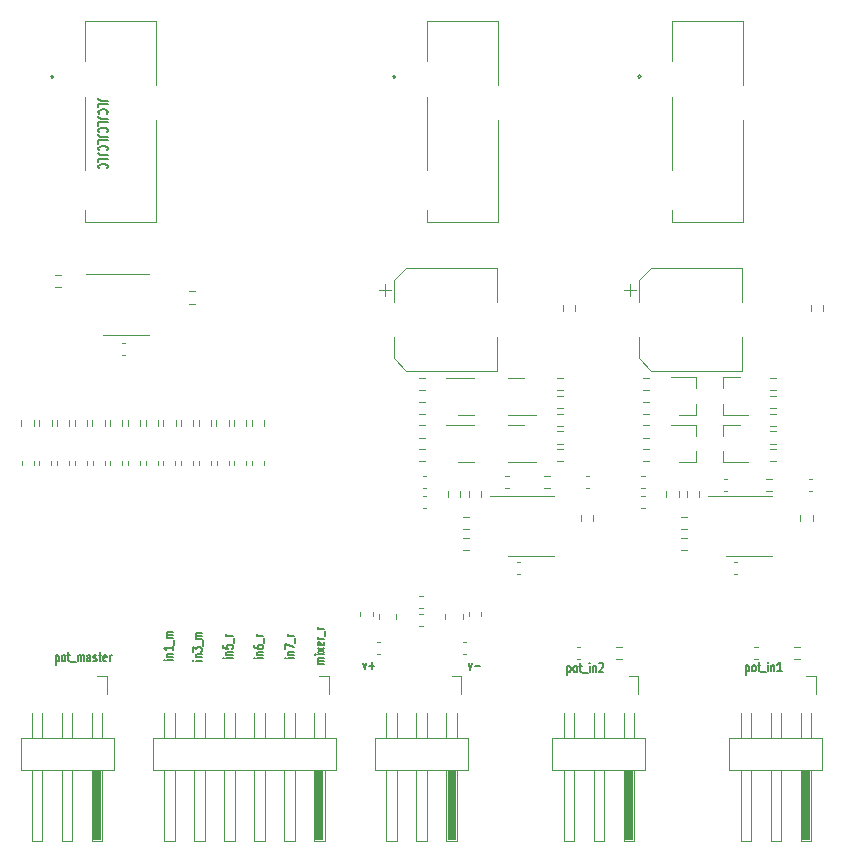
<source format=gbr>
%TF.GenerationSoftware,KiCad,Pcbnew,(6.0.0)*%
%TF.CreationDate,2022-06-06T22:40:39+03:00*%
%TF.ProjectId,analog_board,616e616c-6f67-45f6-926f-6172642e6b69,rev?*%
%TF.SameCoordinates,Original*%
%TF.FileFunction,Legend,Top*%
%TF.FilePolarity,Positive*%
%FSLAX46Y46*%
G04 Gerber Fmt 4.6, Leading zero omitted, Abs format (unit mm)*
G04 Created by KiCad (PCBNEW (6.0.0)) date 2022-06-06 22:40:39*
%MOMM*%
%LPD*%
G01*
G04 APERTURE LIST*
%ADD10C,0.150000*%
%ADD11C,0.120000*%
%ADD12C,0.100000*%
%ADD13C,0.200000*%
%ADD14R,0.760000X6.000000*%
G04 APERTURE END LIST*
D10*
X128438095Y-76228571D02*
X127866666Y-76228571D01*
X127752380Y-76200000D01*
X127676190Y-76142857D01*
X127638095Y-76057142D01*
X127638095Y-76000000D01*
X127638095Y-76800000D02*
X127638095Y-76514285D01*
X128438095Y-76514285D01*
X127714285Y-77342857D02*
X127676190Y-77314285D01*
X127638095Y-77228571D01*
X127638095Y-77171428D01*
X127676190Y-77085714D01*
X127752380Y-77028571D01*
X127828571Y-77000000D01*
X127980952Y-76971428D01*
X128095238Y-76971428D01*
X128247619Y-77000000D01*
X128323809Y-77028571D01*
X128400000Y-77085714D01*
X128438095Y-77171428D01*
X128438095Y-77228571D01*
X128400000Y-77314285D01*
X128361904Y-77342857D01*
X128438095Y-77771428D02*
X127866666Y-77771428D01*
X127752380Y-77742857D01*
X127676190Y-77685714D01*
X127638095Y-77600000D01*
X127638095Y-77542857D01*
X127638095Y-78342857D02*
X127638095Y-78057142D01*
X128438095Y-78057142D01*
X127714285Y-78885714D02*
X127676190Y-78857142D01*
X127638095Y-78771428D01*
X127638095Y-78714285D01*
X127676190Y-78628571D01*
X127752380Y-78571428D01*
X127828571Y-78542857D01*
X127980952Y-78514285D01*
X128095238Y-78514285D01*
X128247619Y-78542857D01*
X128323809Y-78571428D01*
X128400000Y-78628571D01*
X128438095Y-78714285D01*
X128438095Y-78771428D01*
X128400000Y-78857142D01*
X128361904Y-78885714D01*
X128438095Y-79314285D02*
X127866666Y-79314285D01*
X127752380Y-79285714D01*
X127676190Y-79228571D01*
X127638095Y-79142857D01*
X127638095Y-79085714D01*
X127638095Y-79885714D02*
X127638095Y-79600000D01*
X128438095Y-79600000D01*
X127714285Y-80428571D02*
X127676190Y-80400000D01*
X127638095Y-80314285D01*
X127638095Y-80257142D01*
X127676190Y-80171428D01*
X127752380Y-80114285D01*
X127828571Y-80085714D01*
X127980952Y-80057142D01*
X128095238Y-80057142D01*
X128247619Y-80085714D01*
X128323809Y-80114285D01*
X128400000Y-80171428D01*
X128438095Y-80257142D01*
X128438095Y-80314285D01*
X128400000Y-80400000D01*
X128361904Y-80428571D01*
X128438095Y-80857142D02*
X127866666Y-80857142D01*
X127752380Y-80828571D01*
X127676190Y-80771428D01*
X127638095Y-80685714D01*
X127638095Y-80628571D01*
X127638095Y-81428571D02*
X127638095Y-81142857D01*
X128438095Y-81142857D01*
X127714285Y-81971428D02*
X127676190Y-81942857D01*
X127638095Y-81857142D01*
X127638095Y-81800000D01*
X127676190Y-81714285D01*
X127752380Y-81657142D01*
X127828571Y-81628571D01*
X127980952Y-81600000D01*
X128095238Y-81600000D01*
X128247619Y-81628571D01*
X128323809Y-81657142D01*
X128400000Y-81714285D01*
X128438095Y-81800000D01*
X128438095Y-81857142D01*
X128400000Y-81942857D01*
X128361904Y-81971428D01*
X167348541Y-124070119D02*
X167348541Y-124870119D01*
X167348541Y-124108214D02*
X167405683Y-124070119D01*
X167519969Y-124070119D01*
X167577112Y-124108214D01*
X167605683Y-124146309D01*
X167634255Y-124222500D01*
X167634255Y-124451071D01*
X167605683Y-124527262D01*
X167577112Y-124565357D01*
X167519969Y-124603452D01*
X167405683Y-124603452D01*
X167348541Y-124565357D01*
X167977112Y-124603452D02*
X167919969Y-124565357D01*
X167891398Y-124527262D01*
X167862826Y-124451071D01*
X167862826Y-124222500D01*
X167891398Y-124146309D01*
X167919969Y-124108214D01*
X167977112Y-124070119D01*
X168062826Y-124070119D01*
X168119969Y-124108214D01*
X168148541Y-124146309D01*
X168177112Y-124222500D01*
X168177112Y-124451071D01*
X168148541Y-124527262D01*
X168119969Y-124565357D01*
X168062826Y-124603452D01*
X167977112Y-124603452D01*
X168348541Y-124070119D02*
X168577112Y-124070119D01*
X168434255Y-123803452D02*
X168434255Y-124489167D01*
X168462826Y-124565357D01*
X168519969Y-124603452D01*
X168577112Y-124603452D01*
X168634255Y-124679643D02*
X169091398Y-124679643D01*
X169234255Y-124603452D02*
X169234255Y-124070119D01*
X169234255Y-123803452D02*
X169205683Y-123841548D01*
X169234255Y-123879643D01*
X169262826Y-123841548D01*
X169234255Y-123803452D01*
X169234255Y-123879643D01*
X169519969Y-124070119D02*
X169519969Y-124603452D01*
X169519969Y-124146309D02*
X169548541Y-124108214D01*
X169605683Y-124070119D01*
X169691398Y-124070119D01*
X169748541Y-124108214D01*
X169777112Y-124184405D01*
X169777112Y-124603452D01*
X170034255Y-123879643D02*
X170062826Y-123841548D01*
X170119969Y-123803452D01*
X170262826Y-123803452D01*
X170319969Y-123841548D01*
X170348541Y-123879643D01*
X170377112Y-123955833D01*
X170377112Y-124032024D01*
X170348541Y-124146309D01*
X170005683Y-124603452D01*
X170377112Y-124603452D01*
X139011904Y-123421428D02*
X138478571Y-123421428D01*
X138211904Y-123421428D02*
X138250000Y-123450000D01*
X138288095Y-123421428D01*
X138250000Y-123392857D01*
X138211904Y-123421428D01*
X138288095Y-123421428D01*
X138478571Y-123135714D02*
X139011904Y-123135714D01*
X138554761Y-123135714D02*
X138516666Y-123107142D01*
X138478571Y-123050000D01*
X138478571Y-122964285D01*
X138516666Y-122907142D01*
X138592857Y-122878571D01*
X139011904Y-122878571D01*
X138211904Y-122307142D02*
X138211904Y-122592857D01*
X138592857Y-122621428D01*
X138554761Y-122592857D01*
X138516666Y-122535714D01*
X138516666Y-122392857D01*
X138554761Y-122335714D01*
X138592857Y-122307142D01*
X138669047Y-122278571D01*
X138859523Y-122278571D01*
X138935714Y-122307142D01*
X138973809Y-122335714D01*
X139011904Y-122392857D01*
X139011904Y-122535714D01*
X138973809Y-122592857D01*
X138935714Y-122621428D01*
X139088095Y-122164285D02*
X139088095Y-121707142D01*
X139011904Y-121564285D02*
X138478571Y-121564285D01*
X138630952Y-121564285D02*
X138554761Y-121535714D01*
X138516666Y-121507142D01*
X138478571Y-121450000D01*
X138478571Y-121392857D01*
X146761904Y-123900000D02*
X146228571Y-123900000D01*
X146304761Y-123900000D02*
X146266666Y-123871428D01*
X146228571Y-123814285D01*
X146228571Y-123728571D01*
X146266666Y-123671428D01*
X146342857Y-123642857D01*
X146761904Y-123642857D01*
X146342857Y-123642857D02*
X146266666Y-123614285D01*
X146228571Y-123557142D01*
X146228571Y-123471428D01*
X146266666Y-123414285D01*
X146342857Y-123385714D01*
X146761904Y-123385714D01*
X146761904Y-123100000D02*
X146228571Y-123100000D01*
X145961904Y-123100000D02*
X146000000Y-123128571D01*
X146038095Y-123100000D01*
X146000000Y-123071428D01*
X145961904Y-123100000D01*
X146038095Y-123100000D01*
X146761904Y-122871428D02*
X146228571Y-122557142D01*
X146228571Y-122871428D02*
X146761904Y-122557142D01*
X146723809Y-122100000D02*
X146761904Y-122157142D01*
X146761904Y-122271428D01*
X146723809Y-122328571D01*
X146647619Y-122357142D01*
X146342857Y-122357142D01*
X146266666Y-122328571D01*
X146228571Y-122271428D01*
X146228571Y-122157142D01*
X146266666Y-122100000D01*
X146342857Y-122071428D01*
X146419047Y-122071428D01*
X146495238Y-122357142D01*
X146761904Y-121814285D02*
X146228571Y-121814285D01*
X146380952Y-121814285D02*
X146304761Y-121785714D01*
X146266666Y-121757142D01*
X146228571Y-121700000D01*
X146228571Y-121642857D01*
X146838095Y-121585714D02*
X146838095Y-121128571D01*
X146761904Y-120985714D02*
X146228571Y-120985714D01*
X146380952Y-120985714D02*
X146304761Y-120957142D01*
X146266666Y-120928571D01*
X146228571Y-120871428D01*
X146228571Y-120814285D01*
X136405934Y-123643414D02*
X135872601Y-123643414D01*
X135605934Y-123643414D02*
X135644030Y-123671985D01*
X135682125Y-123643414D01*
X135644030Y-123614842D01*
X135605934Y-123643414D01*
X135682125Y-123643414D01*
X135872601Y-123357700D02*
X136405934Y-123357700D01*
X135948791Y-123357700D02*
X135910696Y-123329128D01*
X135872601Y-123271985D01*
X135872601Y-123186271D01*
X135910696Y-123129128D01*
X135986887Y-123100557D01*
X136405934Y-123100557D01*
X135605934Y-122871985D02*
X135605934Y-122500557D01*
X135910696Y-122700557D01*
X135910696Y-122614842D01*
X135948791Y-122557700D01*
X135986887Y-122529128D01*
X136063077Y-122500557D01*
X136253553Y-122500557D01*
X136329744Y-122529128D01*
X136367839Y-122557700D01*
X136405934Y-122614842D01*
X136405934Y-122786271D01*
X136367839Y-122843414D01*
X136329744Y-122871985D01*
X136482125Y-122386271D02*
X136482125Y-121929128D01*
X136405934Y-121786271D02*
X135872601Y-121786271D01*
X135948791Y-121786271D02*
X135910696Y-121757700D01*
X135872601Y-121700557D01*
X135872601Y-121614842D01*
X135910696Y-121557700D01*
X135986887Y-121529128D01*
X136405934Y-121529128D01*
X135986887Y-121529128D02*
X135910696Y-121500557D01*
X135872601Y-121443414D01*
X135872601Y-121357700D01*
X135910696Y-121300557D01*
X135986887Y-121271985D01*
X136405934Y-121271985D01*
X182450000Y-124028571D02*
X182450000Y-124828571D01*
X182450000Y-124066666D02*
X182507142Y-124028571D01*
X182621428Y-124028571D01*
X182678571Y-124066666D01*
X182707142Y-124104761D01*
X182735714Y-124180952D01*
X182735714Y-124409523D01*
X182707142Y-124485714D01*
X182678571Y-124523809D01*
X182621428Y-124561904D01*
X182507142Y-124561904D01*
X182450000Y-124523809D01*
X183078571Y-124561904D02*
X183021428Y-124523809D01*
X182992857Y-124485714D01*
X182964285Y-124409523D01*
X182964285Y-124180952D01*
X182992857Y-124104761D01*
X183021428Y-124066666D01*
X183078571Y-124028571D01*
X183164285Y-124028571D01*
X183221428Y-124066666D01*
X183250000Y-124104761D01*
X183278571Y-124180952D01*
X183278571Y-124409523D01*
X183250000Y-124485714D01*
X183221428Y-124523809D01*
X183164285Y-124561904D01*
X183078571Y-124561904D01*
X183450000Y-124028571D02*
X183678571Y-124028571D01*
X183535714Y-123761904D02*
X183535714Y-124447619D01*
X183564285Y-124523809D01*
X183621428Y-124561904D01*
X183678571Y-124561904D01*
X183735714Y-124638095D02*
X184192857Y-124638095D01*
X184335714Y-124561904D02*
X184335714Y-124028571D01*
X184335714Y-123761904D02*
X184307142Y-123800000D01*
X184335714Y-123838095D01*
X184364285Y-123800000D01*
X184335714Y-123761904D01*
X184335714Y-123838095D01*
X184621428Y-124028571D02*
X184621428Y-124561904D01*
X184621428Y-124104761D02*
X184650000Y-124066666D01*
X184707142Y-124028571D01*
X184792857Y-124028571D01*
X184850000Y-124066666D01*
X184878571Y-124142857D01*
X184878571Y-124561904D01*
X185478571Y-124561904D02*
X185135714Y-124561904D01*
X185307142Y-124561904D02*
X185307142Y-123761904D01*
X185250000Y-123876190D01*
X185192857Y-123952380D01*
X185135714Y-123990476D01*
X144211904Y-123421428D02*
X143678571Y-123421428D01*
X143411904Y-123421428D02*
X143450000Y-123450000D01*
X143488095Y-123421428D01*
X143450000Y-123392857D01*
X143411904Y-123421428D01*
X143488095Y-123421428D01*
X143678571Y-123135714D02*
X144211904Y-123135714D01*
X143754761Y-123135714D02*
X143716666Y-123107142D01*
X143678571Y-123050000D01*
X143678571Y-122964285D01*
X143716666Y-122907142D01*
X143792857Y-122878571D01*
X144211904Y-122878571D01*
X143411904Y-122650000D02*
X143411904Y-122250000D01*
X144211904Y-122507142D01*
X144288095Y-122164285D02*
X144288095Y-121707142D01*
X144211904Y-121564285D02*
X143678571Y-121564285D01*
X143830952Y-121564285D02*
X143754761Y-121535714D01*
X143716666Y-121507142D01*
X143678571Y-121450000D01*
X143678571Y-121392857D01*
X124021428Y-123178571D02*
X124021428Y-123978571D01*
X124021428Y-123216666D02*
X124078571Y-123178571D01*
X124192857Y-123178571D01*
X124250000Y-123216666D01*
X124278571Y-123254761D01*
X124307142Y-123330952D01*
X124307142Y-123559523D01*
X124278571Y-123635714D01*
X124250000Y-123673809D01*
X124192857Y-123711904D01*
X124078571Y-123711904D01*
X124021428Y-123673809D01*
X124650000Y-123711904D02*
X124592857Y-123673809D01*
X124564285Y-123635714D01*
X124535714Y-123559523D01*
X124535714Y-123330952D01*
X124564285Y-123254761D01*
X124592857Y-123216666D01*
X124650000Y-123178571D01*
X124735714Y-123178571D01*
X124792857Y-123216666D01*
X124821428Y-123254761D01*
X124850000Y-123330952D01*
X124850000Y-123559523D01*
X124821428Y-123635714D01*
X124792857Y-123673809D01*
X124735714Y-123711904D01*
X124650000Y-123711904D01*
X125021428Y-123178571D02*
X125250000Y-123178571D01*
X125107142Y-122911904D02*
X125107142Y-123597619D01*
X125135714Y-123673809D01*
X125192857Y-123711904D01*
X125250000Y-123711904D01*
X125307142Y-123788095D02*
X125764285Y-123788095D01*
X125907142Y-123711904D02*
X125907142Y-123178571D01*
X125907142Y-123254761D02*
X125935714Y-123216666D01*
X125992857Y-123178571D01*
X126078571Y-123178571D01*
X126135714Y-123216666D01*
X126164285Y-123292857D01*
X126164285Y-123711904D01*
X126164285Y-123292857D02*
X126192857Y-123216666D01*
X126250000Y-123178571D01*
X126335714Y-123178571D01*
X126392857Y-123216666D01*
X126421428Y-123292857D01*
X126421428Y-123711904D01*
X126964285Y-123711904D02*
X126964285Y-123292857D01*
X126935714Y-123216666D01*
X126878571Y-123178571D01*
X126764285Y-123178571D01*
X126707142Y-123216666D01*
X126964285Y-123673809D02*
X126907142Y-123711904D01*
X126764285Y-123711904D01*
X126707142Y-123673809D01*
X126678571Y-123597619D01*
X126678571Y-123521428D01*
X126707142Y-123445238D01*
X126764285Y-123407142D01*
X126907142Y-123407142D01*
X126964285Y-123369047D01*
X127221428Y-123673809D02*
X127278571Y-123711904D01*
X127392857Y-123711904D01*
X127450000Y-123673809D01*
X127478571Y-123597619D01*
X127478571Y-123559523D01*
X127450000Y-123483333D01*
X127392857Y-123445238D01*
X127307142Y-123445238D01*
X127250000Y-123407142D01*
X127221428Y-123330952D01*
X127221428Y-123292857D01*
X127250000Y-123216666D01*
X127307142Y-123178571D01*
X127392857Y-123178571D01*
X127450000Y-123216666D01*
X127650000Y-123178571D02*
X127878571Y-123178571D01*
X127735714Y-122911904D02*
X127735714Y-123597619D01*
X127764285Y-123673809D01*
X127821428Y-123711904D01*
X127878571Y-123711904D01*
X128307142Y-123673809D02*
X128250000Y-123711904D01*
X128135714Y-123711904D01*
X128078571Y-123673809D01*
X128050000Y-123597619D01*
X128050000Y-123292857D01*
X128078571Y-123216666D01*
X128135714Y-123178571D01*
X128250000Y-123178571D01*
X128307142Y-123216666D01*
X128335714Y-123292857D01*
X128335714Y-123369047D01*
X128050000Y-123445238D01*
X128592857Y-123711904D02*
X128592857Y-123178571D01*
X128592857Y-123330952D02*
X128621428Y-123254761D01*
X128650000Y-123216666D01*
X128707142Y-123178571D01*
X128764285Y-123178571D01*
X141611904Y-123421428D02*
X141078571Y-123421428D01*
X140811904Y-123421428D02*
X140850000Y-123450000D01*
X140888095Y-123421428D01*
X140850000Y-123392857D01*
X140811904Y-123421428D01*
X140888095Y-123421428D01*
X141078571Y-123135714D02*
X141611904Y-123135714D01*
X141154761Y-123135714D02*
X141116666Y-123107142D01*
X141078571Y-123050000D01*
X141078571Y-122964285D01*
X141116666Y-122907142D01*
X141192857Y-122878571D01*
X141611904Y-122878571D01*
X140811904Y-122335714D02*
X140811904Y-122450000D01*
X140850000Y-122507142D01*
X140888095Y-122535714D01*
X141002380Y-122592857D01*
X141154761Y-122621428D01*
X141459523Y-122621428D01*
X141535714Y-122592857D01*
X141573809Y-122564285D01*
X141611904Y-122507142D01*
X141611904Y-122392857D01*
X141573809Y-122335714D01*
X141535714Y-122307142D01*
X141459523Y-122278571D01*
X141269047Y-122278571D01*
X141192857Y-122307142D01*
X141154761Y-122335714D01*
X141116666Y-122392857D01*
X141116666Y-122507142D01*
X141154761Y-122564285D01*
X141192857Y-122592857D01*
X141269047Y-122621428D01*
X141688095Y-122164285D02*
X141688095Y-121707142D01*
X141611904Y-121564285D02*
X141078571Y-121564285D01*
X141230952Y-121564285D02*
X141154761Y-121535714D01*
X141116666Y-121507142D01*
X141078571Y-121450000D01*
X141078571Y-121392857D01*
X133961904Y-123585714D02*
X133428571Y-123585714D01*
X133161904Y-123585714D02*
X133200000Y-123614285D01*
X133238095Y-123585714D01*
X133200000Y-123557142D01*
X133161904Y-123585714D01*
X133238095Y-123585714D01*
X133428571Y-123300000D02*
X133961904Y-123300000D01*
X133504761Y-123300000D02*
X133466666Y-123271428D01*
X133428571Y-123214285D01*
X133428571Y-123128571D01*
X133466666Y-123071428D01*
X133542857Y-123042857D01*
X133961904Y-123042857D01*
X133961904Y-122442857D02*
X133961904Y-122785714D01*
X133961904Y-122614285D02*
X133161904Y-122614285D01*
X133276190Y-122671428D01*
X133352380Y-122728571D01*
X133390476Y-122785714D01*
X134038095Y-122328571D02*
X134038095Y-121871428D01*
X133961904Y-121728571D02*
X133428571Y-121728571D01*
X133504761Y-121728571D02*
X133466666Y-121700000D01*
X133428571Y-121642857D01*
X133428571Y-121557142D01*
X133466666Y-121500000D01*
X133542857Y-121471428D01*
X133961904Y-121471428D01*
X133542857Y-121471428D02*
X133466666Y-121442857D01*
X133428571Y-121385714D01*
X133428571Y-121300000D01*
X133466666Y-121242857D01*
X133542857Y-121214285D01*
X133961904Y-121214285D01*
X158985714Y-123878571D02*
X159128571Y-124411904D01*
X159271428Y-123878571D01*
X159500000Y-124107142D02*
X159957142Y-124107142D01*
X150035714Y-123828571D02*
X150178571Y-124361904D01*
X150321428Y-123828571D01*
X150550000Y-124057142D02*
X151007142Y-124057142D01*
X150778571Y-124361904D02*
X150778571Y-123752380D01*
D11*
%TO.C,R37*%
X131627500Y-103270756D02*
X131627500Y-103780204D01*
X132672500Y-103270756D02*
X132672500Y-103780204D01*
%TO.C,R38*%
X129672500Y-103270756D02*
X129672500Y-103780204D01*
X128627500Y-103270756D02*
X128627500Y-103780204D01*
%TO.C,R39*%
X125172500Y-103270756D02*
X125172500Y-103780204D01*
X124127500Y-103270756D02*
X124127500Y-103780204D01*
%TO.C,R40*%
X122627500Y-103270756D02*
X122627500Y-103780204D01*
X123672500Y-103270756D02*
X123672500Y-103780204D01*
%TO.C,R47*%
X123995276Y-90977500D02*
X124504724Y-90977500D01*
X123995276Y-92022500D02*
X124504724Y-92022500D01*
%TO.C,R48*%
X135854724Y-93422500D02*
X135345276Y-93422500D01*
X135854724Y-92377500D02*
X135345276Y-92377500D01*
%TO.C,R41*%
X121127500Y-103270756D02*
X121127500Y-103780204D01*
X122172500Y-103270756D02*
X122172500Y-103780204D01*
%TO.C,R42*%
X126672500Y-103270756D02*
X126672500Y-103780204D01*
X125627500Y-103270756D02*
X125627500Y-103780204D01*
%TO.C,R43*%
X127127500Y-103270756D02*
X127127500Y-103780204D01*
X128172500Y-103270756D02*
X128172500Y-103780204D01*
%TO.C,R44*%
X131172500Y-103270756D02*
X131172500Y-103780204D01*
X130127500Y-103270756D02*
X130127500Y-103780204D01*
%TO.C,RV2*%
X187100000Y-128045000D02*
X187100000Y-130155000D01*
X187540000Y-124905000D02*
X188360000Y-124905000D01*
X185440000Y-132895000D02*
X185440000Y-138895000D01*
X188360000Y-124905000D02*
X188360000Y-126475000D01*
X187980000Y-138895000D02*
X187100000Y-138895000D01*
X182900000Y-128045000D02*
X182900000Y-130155000D01*
X188930000Y-132895000D02*
X181070000Y-132895000D01*
X185440000Y-138895000D02*
X184560000Y-138895000D01*
X182900000Y-138895000D02*
X182020000Y-138895000D01*
X188930000Y-130155000D02*
X188930000Y-132895000D01*
X182900000Y-132895000D02*
X182900000Y-138895000D01*
X187100000Y-138895000D02*
X187100000Y-132895000D01*
X182020000Y-128045000D02*
X182020000Y-130155000D01*
X184560000Y-128045000D02*
X184560000Y-130155000D01*
X187980000Y-128045000D02*
X187980000Y-130155000D01*
X181070000Y-132895000D02*
X181070000Y-130155000D01*
X187980000Y-132895000D02*
X187980000Y-138895000D01*
X181070000Y-130155000D02*
X188930000Y-130155000D01*
X185440000Y-128045000D02*
X185440000Y-130155000D01*
X182020000Y-138895000D02*
X182020000Y-132895000D01*
X184560000Y-138895000D02*
X184560000Y-132895000D01*
%TO.C,U3*%
X130000000Y-96060000D02*
X128050000Y-96060000D01*
X130000000Y-90940000D02*
X131950000Y-90940000D01*
X130000000Y-96060000D02*
X131950000Y-96060000D01*
X130000000Y-90940000D02*
X126550000Y-90940000D01*
%TO.C,C33*%
X129896267Y-97760000D02*
X129603733Y-97760000D01*
X129896267Y-96740000D02*
X129603733Y-96740000D01*
%TO.C,Q1*%
X180490000Y-99670000D02*
X180490000Y-100600000D01*
X180490000Y-99670000D02*
X181950000Y-99670000D01*
X180490000Y-102830000D02*
X180490000Y-101900000D01*
X180490000Y-102830000D02*
X182650000Y-102830000D01*
%TO.C,Q4*%
X178260000Y-99670000D02*
X178260000Y-100600000D01*
X178260000Y-99670000D02*
X176100000Y-99670000D01*
X178260000Y-102830000D02*
X176800000Y-102830000D01*
X178260000Y-102830000D02*
X178260000Y-101900000D01*
%TO.C,R7*%
X173745276Y-102772500D02*
X174254724Y-102772500D01*
X173745276Y-101727500D02*
X174254724Y-101727500D01*
%TO.C,R8*%
X174254724Y-104772500D02*
X173745276Y-104772500D01*
X174254724Y-103727500D02*
X173745276Y-103727500D01*
%TO.C,R10*%
X174254724Y-99727500D02*
X173745276Y-99727500D01*
X174254724Y-100772500D02*
X173745276Y-100772500D01*
%TO.C,R9*%
X174254724Y-106772500D02*
X173745276Y-106772500D01*
X174254724Y-105727500D02*
X173745276Y-105727500D01*
%TO.C,R2*%
X185004724Y-101227500D02*
X184495276Y-101227500D01*
X185004724Y-102272500D02*
X184495276Y-102272500D01*
%TO.C,R5*%
X184495276Y-100772500D02*
X185004724Y-100772500D01*
X184495276Y-99727500D02*
X185004724Y-99727500D01*
%TO.C,R1*%
X184495276Y-102727500D02*
X185004724Y-102727500D01*
X184495276Y-103772500D02*
X185004724Y-103772500D01*
%TO.C,R4*%
X184495276Y-105272500D02*
X185004724Y-105272500D01*
X184495276Y-104227500D02*
X185004724Y-104227500D01*
%TO.C,C7*%
X174454437Y-99110000D02*
X182110000Y-99110000D01*
X172150000Y-92240000D02*
X173150000Y-92240000D01*
X174454437Y-90390000D02*
X182110000Y-90390000D01*
X182110000Y-90390000D02*
X182110000Y-93240000D01*
X173390000Y-98045563D02*
X174454437Y-99110000D01*
X173390000Y-91454437D02*
X174454437Y-90390000D01*
X173390000Y-98045563D02*
X173390000Y-96260000D01*
X173390000Y-91454437D02*
X173390000Y-93240000D01*
X172650000Y-91740000D02*
X172650000Y-92740000D01*
X182110000Y-99110000D02*
X182110000Y-96260000D01*
%TO.C,R14*%
X178497500Y-109245276D02*
X178497500Y-109754724D01*
X177452500Y-109245276D02*
X177452500Y-109754724D01*
%TO.C,R6*%
X187977500Y-93495276D02*
X187977500Y-94004724D01*
X189022500Y-93495276D02*
X189022500Y-94004724D01*
%TO.C,R13*%
X177479724Y-112522500D02*
X176970276Y-112522500D01*
X177479724Y-111477500D02*
X176970276Y-111477500D01*
%TO.C,R3*%
X184495276Y-105727500D02*
X185004724Y-105727500D01*
X184495276Y-106772500D02*
X185004724Y-106772500D01*
%TO.C,R11*%
X176970276Y-114272500D02*
X177479724Y-114272500D01*
X176970276Y-113227500D02*
X177479724Y-113227500D01*
%TO.C,R16*%
X187077500Y-111854724D02*
X187077500Y-111345276D01*
X188122500Y-111854724D02*
X188122500Y-111345276D01*
%TO.C,R12*%
X175727500Y-109245276D02*
X175727500Y-109754724D01*
X176772500Y-109245276D02*
X176772500Y-109754724D01*
%TO.C,C10*%
X181746267Y-115290000D02*
X181453733Y-115290000D01*
X181746267Y-116310000D02*
X181453733Y-116310000D01*
%TO.C,C11*%
X180578733Y-108240000D02*
X180871267Y-108240000D01*
X180578733Y-109260000D02*
X180871267Y-109260000D01*
%TO.C,Q2*%
X180490000Y-106830000D02*
X182650000Y-106830000D01*
X180490000Y-106830000D02*
X180490000Y-105900000D01*
X180490000Y-103670000D02*
X181950000Y-103670000D01*
X180490000Y-103670000D02*
X180490000Y-104600000D01*
%TO.C,Q3*%
X178260000Y-106830000D02*
X178260000Y-105900000D01*
X178260000Y-103670000D02*
X178260000Y-104600000D01*
X178260000Y-106830000D02*
X176800000Y-106830000D01*
X178260000Y-103670000D02*
X176100000Y-103670000D01*
%TO.C,C9*%
X173603733Y-109010000D02*
X173896267Y-109010000D01*
X173603733Y-107990000D02*
X173896267Y-107990000D01*
%TO.C,C8*%
X173896267Y-110760000D02*
X173603733Y-110760000D01*
X173896267Y-109740000D02*
X173603733Y-109740000D01*
%TO.C,U1*%
X182725000Y-114810000D02*
X180775000Y-114810000D01*
X182725000Y-114810000D02*
X184675000Y-114810000D01*
X182725000Y-109690000D02*
X179275000Y-109690000D01*
X182725000Y-109690000D02*
X184675000Y-109690000D01*
%TO.C,C35*%
X140160000Y-107059247D02*
X140160000Y-106766713D01*
X139140000Y-107059247D02*
X139140000Y-106766713D01*
%TO.C,R32*%
X165904724Y-107977500D02*
X165395276Y-107977500D01*
X165904724Y-109022500D02*
X165395276Y-109022500D01*
%TO.C,RV4*%
X173930000Y-132895000D02*
X166070000Y-132895000D01*
X173930000Y-130155000D02*
X173930000Y-132895000D01*
X167900000Y-128045000D02*
X167900000Y-130155000D01*
X167020000Y-138895000D02*
X167020000Y-132895000D01*
X172980000Y-138895000D02*
X172100000Y-138895000D01*
X173360000Y-124905000D02*
X173360000Y-126475000D01*
X169560000Y-128045000D02*
X169560000Y-130155000D01*
X169560000Y-138895000D02*
X169560000Y-132895000D01*
X170440000Y-128045000D02*
X170440000Y-130155000D01*
X170440000Y-132895000D02*
X170440000Y-138895000D01*
X172100000Y-128045000D02*
X172100000Y-130155000D01*
X172540000Y-124905000D02*
X173360000Y-124905000D01*
X172980000Y-128045000D02*
X172980000Y-130155000D01*
X167900000Y-132895000D02*
X167900000Y-138895000D01*
X172100000Y-138895000D02*
X172100000Y-132895000D01*
X167900000Y-138895000D02*
X167020000Y-138895000D01*
X170440000Y-138895000D02*
X169560000Y-138895000D01*
X167020000Y-128045000D02*
X167020000Y-130155000D01*
X166070000Y-130155000D02*
X173930000Y-130155000D01*
X166070000Y-132895000D02*
X166070000Y-130155000D01*
X172980000Y-132895000D02*
X172980000Y-138895000D01*
D12*
%TO.C,J4*%
X132500000Y-69500000D02*
X126500000Y-69500000D01*
X132500000Y-77900000D02*
X132500000Y-86500000D01*
X126500000Y-75900000D02*
X126500000Y-82100000D01*
X132550000Y-86500000D02*
X128050000Y-86500000D01*
X126500000Y-85500000D02*
X126500000Y-86500000D01*
X132500000Y-74900000D02*
X132500000Y-69500000D01*
D13*
X123750000Y-74100000D02*
X123750000Y-74100000D01*
X123750000Y-74300000D02*
X123750000Y-74300000D01*
D12*
X126500000Y-69500000D02*
X126500000Y-72900000D01*
X126500000Y-86500000D02*
X128050000Y-86500000D01*
D13*
X123750000Y-74300000D02*
G75*
G03*
X123750000Y-74100000I0J100000D01*
G01*
X123750000Y-74100000D02*
G75*
G03*
X123750000Y-74300000I0J-100000D01*
G01*
D11*
%TO.C,C13*%
X183446267Y-122490000D02*
X183153733Y-122490000D01*
X183446267Y-123510000D02*
X183153733Y-123510000D01*
%TO.C,R15*%
X184654724Y-109272500D02*
X184145276Y-109272500D01*
X184654724Y-108227500D02*
X184145276Y-108227500D01*
%TO.C,C20*%
X168446267Y-122490000D02*
X168153733Y-122490000D01*
X168446267Y-123510000D02*
X168153733Y-123510000D01*
%TO.C,R29*%
X157227500Y-109245276D02*
X157227500Y-109754724D01*
X158272500Y-109245276D02*
X158272500Y-109754724D01*
%TO.C,R28*%
X158495276Y-113227500D02*
X159004724Y-113227500D01*
X158495276Y-114272500D02*
X159004724Y-114272500D01*
%TO.C,C18*%
X162103733Y-107990000D02*
X162396267Y-107990000D01*
X162103733Y-109010000D02*
X162396267Y-109010000D01*
%TO.C,RV5*%
X127980000Y-132895000D02*
X127980000Y-138895000D01*
X125440000Y-132895000D02*
X125440000Y-138895000D01*
X128930000Y-130155000D02*
X128930000Y-132895000D01*
X122900000Y-128045000D02*
X122900000Y-130155000D01*
X122900000Y-132895000D02*
X122900000Y-138895000D01*
X128930000Y-132895000D02*
X121070000Y-132895000D01*
X127980000Y-128045000D02*
X127980000Y-130155000D01*
X127100000Y-128045000D02*
X127100000Y-130155000D01*
X122900000Y-138895000D02*
X122020000Y-138895000D01*
X127100000Y-138895000D02*
X127100000Y-132895000D01*
X122020000Y-138895000D02*
X122020000Y-132895000D01*
X127540000Y-124905000D02*
X128360000Y-124905000D01*
X127980000Y-138895000D02*
X127100000Y-138895000D01*
X124560000Y-128045000D02*
X124560000Y-130155000D01*
X121070000Y-132895000D02*
X121070000Y-130155000D01*
X125440000Y-128045000D02*
X125440000Y-130155000D01*
X121070000Y-130155000D02*
X128930000Y-130155000D01*
X128360000Y-124905000D02*
X128360000Y-126475000D01*
X124560000Y-138895000D02*
X124560000Y-132895000D01*
X125440000Y-138895000D02*
X124560000Y-138895000D01*
X122020000Y-128045000D02*
X122020000Y-130155000D01*
%TO.C,R17*%
X186495276Y-122477500D02*
X187004724Y-122477500D01*
X186495276Y-123522500D02*
X187004724Y-123522500D01*
%TO.C,R26*%
X155254724Y-105727500D02*
X154745276Y-105727500D01*
X155254724Y-106772500D02*
X154745276Y-106772500D01*
%TO.C,C25*%
X124140000Y-107059247D02*
X124140000Y-106766713D01*
X125160000Y-107059247D02*
X125160000Y-106766713D01*
%TO.C,R21*%
X166495276Y-104227500D02*
X167004724Y-104227500D01*
X166495276Y-105272500D02*
X167004724Y-105272500D01*
%TO.C,U2*%
X164250000Y-114810000D02*
X166200000Y-114810000D01*
X164250000Y-109690000D02*
X160800000Y-109690000D01*
X164250000Y-109690000D02*
X166200000Y-109690000D01*
X164250000Y-114810000D02*
X162300000Y-114810000D01*
%TO.C,R34*%
X171495276Y-122477500D02*
X172004724Y-122477500D01*
X171495276Y-123522500D02*
X172004724Y-123522500D01*
%TO.C,C30*%
X131160000Y-107059247D02*
X131160000Y-106766713D01*
X130140000Y-107059247D02*
X130140000Y-106766713D01*
%TO.C,J10*%
X157980000Y-132895000D02*
X157980000Y-138895000D01*
X152020000Y-138895000D02*
X152020000Y-132895000D01*
X157980000Y-138895000D02*
X157100000Y-138895000D01*
X154560000Y-128045000D02*
X154560000Y-130155000D01*
X157980000Y-128045000D02*
X157980000Y-130155000D01*
X158360000Y-124905000D02*
X158360000Y-126475000D01*
X155440000Y-128045000D02*
X155440000Y-130155000D01*
X155440000Y-138895000D02*
X154560000Y-138895000D01*
X155440000Y-132895000D02*
X155440000Y-138895000D01*
X152900000Y-132895000D02*
X152900000Y-138895000D01*
X158930000Y-132895000D02*
X151070000Y-132895000D01*
X157540000Y-124905000D02*
X158360000Y-124905000D01*
X152900000Y-138895000D02*
X152020000Y-138895000D01*
X158930000Y-130155000D02*
X158930000Y-132895000D01*
X157100000Y-138895000D02*
X157100000Y-132895000D01*
X152900000Y-128045000D02*
X152900000Y-130155000D01*
X157100000Y-128045000D02*
X157100000Y-130155000D01*
X154560000Y-138895000D02*
X154560000Y-132895000D01*
X151070000Y-132895000D02*
X151070000Y-130155000D01*
X151070000Y-130155000D02*
X158930000Y-130155000D01*
X152020000Y-128045000D02*
X152020000Y-130155000D01*
%TO.C,C2*%
X151191233Y-122090000D02*
X151483767Y-122090000D01*
X151191233Y-123110000D02*
X151483767Y-123110000D01*
%TO.C,C12*%
X187803733Y-108240000D02*
X188096267Y-108240000D01*
X187803733Y-109260000D02*
X188096267Y-109260000D01*
%TO.C,R20*%
X166495276Y-106772500D02*
X167004724Y-106772500D01*
X166495276Y-105727500D02*
X167004724Y-105727500D01*
%TO.C,C1*%
X149827500Y-119846267D02*
X149827500Y-119553733D01*
X150847500Y-119846267D02*
X150847500Y-119553733D01*
%TO.C,Q7*%
X158750000Y-103690000D02*
X159400000Y-103690000D01*
X158750000Y-103690000D02*
X157075000Y-103690000D01*
X158750000Y-106810000D02*
X159400000Y-106810000D01*
X158750000Y-106810000D02*
X158100000Y-106810000D01*
%TO.C,C26*%
X123660000Y-107059247D02*
X123660000Y-106766713D01*
X122640000Y-107059247D02*
X122640000Y-106766713D01*
%TO.C,R36*%
X134627500Y-103270756D02*
X134627500Y-103780204D01*
X135672500Y-103270756D02*
X135672500Y-103780204D01*
%TO.C,Q8*%
X158750000Y-102810000D02*
X159400000Y-102810000D01*
X158750000Y-99690000D02*
X157075000Y-99690000D01*
X158750000Y-99690000D02*
X159400000Y-99690000D01*
X158750000Y-102810000D02*
X158100000Y-102810000D01*
%TO.C,R25*%
X155254724Y-103727500D02*
X154745276Y-103727500D01*
X155254724Y-104772500D02*
X154745276Y-104772500D01*
%TO.C,R24*%
X154745276Y-101727500D02*
X155254724Y-101727500D01*
X154745276Y-102772500D02*
X155254724Y-102772500D01*
%TO.C,R22*%
X166495276Y-100772500D02*
X167004724Y-100772500D01*
X166495276Y-99727500D02*
X167004724Y-99727500D01*
%TO.C,R49*%
X140627500Y-103270756D02*
X140627500Y-103780204D01*
X141672500Y-103270756D02*
X141672500Y-103780204D01*
%TO.C,C5*%
X159027500Y-119553733D02*
X159027500Y-119846267D01*
X160047500Y-119553733D02*
X160047500Y-119846267D01*
%TO.C,C14*%
X153704437Y-90390000D02*
X161360000Y-90390000D01*
X161360000Y-90390000D02*
X161360000Y-93240000D01*
X153704437Y-99110000D02*
X161360000Y-99110000D01*
X151900000Y-91740000D02*
X151900000Y-92740000D01*
X161360000Y-99110000D02*
X161360000Y-96260000D01*
X152640000Y-91454437D02*
X153704437Y-90390000D01*
X152640000Y-91454437D02*
X152640000Y-93240000D01*
X152640000Y-98045563D02*
X152640000Y-96260000D01*
X152640000Y-98045563D02*
X153704437Y-99110000D01*
X151400000Y-92240000D02*
X152400000Y-92240000D01*
%TO.C,R33*%
X169522500Y-111854724D02*
X169522500Y-111345276D01*
X168477500Y-111854724D02*
X168477500Y-111345276D01*
%TO.C,R23*%
X168022500Y-93495276D02*
X168022500Y-94004724D01*
X166977500Y-93495276D02*
X166977500Y-94004724D01*
%TO.C,R30*%
X159004724Y-112522500D02*
X158495276Y-112522500D01*
X159004724Y-111477500D02*
X158495276Y-111477500D01*
%TO.C,C6*%
X158491233Y-122090000D02*
X158783767Y-122090000D01*
X158491233Y-123110000D02*
X158783767Y-123110000D01*
%TO.C,C15*%
X155396267Y-110760000D02*
X155103733Y-110760000D01*
X155396267Y-109740000D02*
X155103733Y-109740000D01*
%TO.C,C24*%
X128640000Y-107059247D02*
X128640000Y-106766713D01*
X129660000Y-107059247D02*
X129660000Y-106766713D01*
%TO.C,C31*%
X133140000Y-107059247D02*
X133140000Y-106766713D01*
X134160000Y-107059247D02*
X134160000Y-106766713D01*
%TO.C,Q5*%
X163000000Y-102810000D02*
X162350000Y-102810000D01*
X163000000Y-99690000D02*
X162350000Y-99690000D01*
X163000000Y-102810000D02*
X164675000Y-102810000D01*
X163000000Y-99690000D02*
X163650000Y-99690000D01*
D13*
%TO.C,J8*%
X152700000Y-74100000D02*
X152700000Y-74100000D01*
D12*
X155450000Y-75900000D02*
X155450000Y-82100000D01*
X161500000Y-86500000D02*
X157000000Y-86500000D01*
X161450000Y-77900000D02*
X161450000Y-86500000D01*
X155450000Y-85500000D02*
X155450000Y-86500000D01*
X155450000Y-86500000D02*
X157000000Y-86500000D01*
X161450000Y-69500000D02*
X155450000Y-69500000D01*
X161450000Y-74900000D02*
X161450000Y-69500000D01*
X155450000Y-69500000D02*
X155450000Y-72900000D01*
D13*
X152700000Y-74300000D02*
X152700000Y-74300000D01*
X152700000Y-74300000D02*
G75*
G03*
X152700000Y-74100000I0J100000D01*
G01*
X152700000Y-74100000D02*
G75*
G03*
X152700000Y-74300000I0J-100000D01*
G01*
D11*
%TO.C,R35*%
X137627500Y-103270756D02*
X137627500Y-103780204D01*
X138672500Y-103270756D02*
X138672500Y-103780204D01*
%TO.C,R27*%
X155254724Y-100772500D02*
X154745276Y-100772500D01*
X155254724Y-99727500D02*
X154745276Y-99727500D01*
%TO.C,C3*%
X154791233Y-120710000D02*
X155083767Y-120710000D01*
X154791233Y-119690000D02*
X155083767Y-119690000D01*
%TO.C,C22*%
X135660000Y-107059247D02*
X135660000Y-106766713D01*
X134640000Y-107059247D02*
X134640000Y-106766713D01*
%TO.C,C29*%
X128160000Y-107059247D02*
X128160000Y-106766713D01*
X127140000Y-107059247D02*
X127140000Y-106766713D01*
%TO.C,C27*%
X121140000Y-107059247D02*
X121140000Y-106766713D01*
X122160000Y-107059247D02*
X122160000Y-106766713D01*
%TO.C,FB2*%
X157002500Y-120127064D02*
X157002500Y-119672936D01*
X158472500Y-120127064D02*
X158472500Y-119672936D01*
%TO.C,J1*%
X136630000Y-128045000D02*
X136630000Y-130155000D01*
X133210000Y-138895000D02*
X133210000Y-132895000D01*
X143370000Y-138895000D02*
X143370000Y-132895000D01*
X141710000Y-138895000D02*
X140830000Y-138895000D01*
X139170000Y-138895000D02*
X138290000Y-138895000D01*
X146790000Y-132895000D02*
X146790000Y-138895000D01*
X147740000Y-132895000D02*
X132260000Y-132895000D01*
X144250000Y-128045000D02*
X144250000Y-130155000D01*
X144250000Y-132895000D02*
X144250000Y-138895000D01*
X135750000Y-128045000D02*
X135750000Y-130155000D01*
X143370000Y-128045000D02*
X143370000Y-130155000D01*
X139170000Y-132895000D02*
X139170000Y-138895000D01*
X145910000Y-128045000D02*
X145910000Y-130155000D01*
X136630000Y-138895000D02*
X135750000Y-138895000D01*
X139170000Y-128045000D02*
X139170000Y-130155000D01*
X146350000Y-124905000D02*
X147170000Y-124905000D01*
X146790000Y-138895000D02*
X145910000Y-138895000D01*
X134090000Y-132895000D02*
X134090000Y-138895000D01*
X132260000Y-132895000D02*
X132260000Y-130155000D01*
X133210000Y-128045000D02*
X133210000Y-130155000D01*
X141710000Y-128045000D02*
X141710000Y-130155000D01*
X140830000Y-138895000D02*
X140830000Y-132895000D01*
X134090000Y-138895000D02*
X133210000Y-138895000D01*
X147170000Y-124905000D02*
X147170000Y-126475000D01*
X147740000Y-130155000D02*
X147740000Y-132895000D01*
X146790000Y-128045000D02*
X146790000Y-130155000D01*
X145910000Y-138895000D02*
X145910000Y-132895000D01*
X136630000Y-132895000D02*
X136630000Y-138895000D01*
X144250000Y-138895000D02*
X143370000Y-138895000D01*
X141710000Y-132895000D02*
X141710000Y-138895000D01*
X138290000Y-128045000D02*
X138290000Y-130155000D01*
X138290000Y-138895000D02*
X138290000Y-132895000D01*
X140830000Y-128045000D02*
X140830000Y-130155000D01*
X134090000Y-128045000D02*
X134090000Y-130155000D01*
X135750000Y-138895000D02*
X135750000Y-132895000D01*
X132260000Y-130155000D02*
X147740000Y-130155000D01*
%TO.C,C19*%
X168903733Y-107990000D02*
X169196267Y-107990000D01*
X168903733Y-109010000D02*
X169196267Y-109010000D01*
%TO.C,R45*%
X134172500Y-103270756D02*
X134172500Y-103780204D01*
X133127500Y-103270756D02*
X133127500Y-103780204D01*
%TO.C,C32*%
X136140000Y-107059247D02*
X136140000Y-106766713D01*
X137160000Y-107059247D02*
X137160000Y-106766713D01*
%TO.C,C17*%
X163346267Y-116310000D02*
X163053733Y-116310000D01*
X163346267Y-115290000D02*
X163053733Y-115290000D01*
%TO.C,R31*%
X158977500Y-109245276D02*
X158977500Y-109754724D01*
X160022500Y-109245276D02*
X160022500Y-109754724D01*
%TO.C,R18*%
X166495276Y-103772500D02*
X167004724Y-103772500D01*
X166495276Y-102727500D02*
X167004724Y-102727500D01*
%TO.C,C34*%
X141660000Y-107059247D02*
X141660000Y-106766713D01*
X140640000Y-107059247D02*
X140640000Y-106766713D01*
%TO.C,C28*%
X125640000Y-107059247D02*
X125640000Y-106766713D01*
X126660000Y-107059247D02*
X126660000Y-106766713D01*
%TO.C,FB1*%
X151402500Y-119672936D02*
X151402500Y-120127064D01*
X152872500Y-119672936D02*
X152872500Y-120127064D01*
%TO.C,C16*%
X155103733Y-107990000D02*
X155396267Y-107990000D01*
X155103733Y-109010000D02*
X155396267Y-109010000D01*
%TO.C,R19*%
X167004724Y-101227500D02*
X166495276Y-101227500D01*
X167004724Y-102272500D02*
X166495276Y-102272500D01*
%TO.C,C21*%
X137640000Y-107059247D02*
X137640000Y-106766713D01*
X138660000Y-107059247D02*
X138660000Y-106766713D01*
%TO.C,Q6*%
X163000000Y-106810000D02*
X164675000Y-106810000D01*
X163000000Y-103690000D02*
X163650000Y-103690000D01*
X163000000Y-103690000D02*
X162350000Y-103690000D01*
X163000000Y-106810000D02*
X162350000Y-106810000D01*
%TO.C,C23*%
X131640000Y-107059247D02*
X131640000Y-106766713D01*
X132660000Y-107059247D02*
X132660000Y-106766713D01*
%TO.C,C4*%
X154791233Y-119210000D02*
X155083767Y-119210000D01*
X154791233Y-118190000D02*
X155083767Y-118190000D01*
D12*
%TO.C,J7*%
X182200000Y-74900000D02*
X182200000Y-69500000D01*
D13*
X173450000Y-74100000D02*
X173450000Y-74100000D01*
D12*
X176200000Y-69500000D02*
X176200000Y-72900000D01*
X176200000Y-85500000D02*
X176200000Y-86500000D01*
X176200000Y-86500000D02*
X177750000Y-86500000D01*
D13*
X173450000Y-74300000D02*
X173450000Y-74300000D01*
D12*
X182250000Y-86500000D02*
X177750000Y-86500000D01*
X182200000Y-69500000D02*
X176200000Y-69500000D01*
X182200000Y-77900000D02*
X182200000Y-86500000D01*
X176200000Y-75900000D02*
X176200000Y-82100000D01*
D13*
X173450000Y-74300000D02*
G75*
G03*
X173450000Y-74100000I0J100000D01*
G01*
X173450000Y-74100000D02*
G75*
G03*
X173450000Y-74300000I0J-100000D01*
G01*
D11*
%TO.C,R50*%
X140172500Y-103270756D02*
X140172500Y-103780204D01*
X139127500Y-103270756D02*
X139127500Y-103780204D01*
%TO.C,R46*%
X137172500Y-103270756D02*
X137172500Y-103780204D01*
X136127500Y-103270756D02*
X136127500Y-103780204D01*
%TD*%
D14*
%TO.C,RV2*%
X187540000Y-135895000D03*
%TD*%
%TO.C,RV4*%
X172540000Y-135895000D03*
%TD*%
%TO.C,RV5*%
X127540000Y-135895000D03*
%TD*%
%TO.C,J10*%
X157540000Y-135895000D03*
%TD*%
%TO.C,J1*%
X146350000Y-135895000D03*
%TD*%
M02*

</source>
